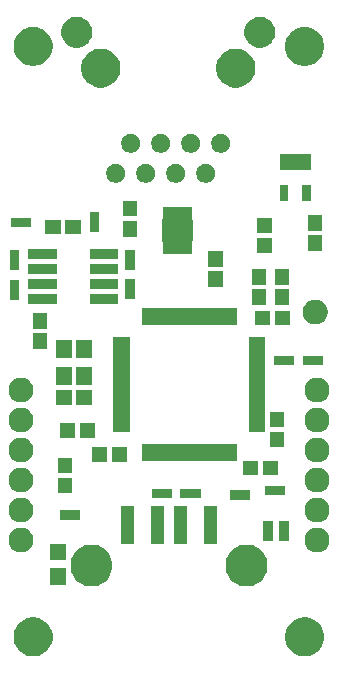
<source format=gbr>
G04 #@! TF.GenerationSoftware,KiCad,Pcbnew,5.0.2+dfsg1-1*
G04 #@! TF.CreationDate,2020-08-15T21:59:55-04:00*
G04 #@! TF.ProjectId,interceptor,696e7465-7263-4657-9074-6f722e6b6963,rev?*
G04 #@! TF.SameCoordinates,Original*
G04 #@! TF.FileFunction,Soldermask,Top*
G04 #@! TF.FilePolarity,Negative*
%FSLAX46Y46*%
G04 Gerber Fmt 4.6, Leading zero omitted, Abs format (unit mm)*
G04 Created by KiCad (PCBNEW 5.0.2+dfsg1-1) date Sat 15 Aug 2020 09:59:55 PM EDT*
%MOMM*%
%LPD*%
G01*
G04 APERTURE LIST*
%ADD10C,0.100000*%
G04 APERTURE END LIST*
D10*
G36*
X156175256Y-125291298D02*
X156281579Y-125312447D01*
X156582042Y-125436903D01*
X156848852Y-125615180D01*
X156852454Y-125617587D01*
X157082413Y-125847546D01*
X157263098Y-126117960D01*
X157387553Y-126418422D01*
X157451000Y-126737389D01*
X157451000Y-127062611D01*
X157387553Y-127381578D01*
X157263098Y-127682040D01*
X157082413Y-127952454D01*
X156852454Y-128182413D01*
X156852451Y-128182415D01*
X156582042Y-128363097D01*
X156281579Y-128487553D01*
X156175256Y-128508702D01*
X155962611Y-128551000D01*
X155637389Y-128551000D01*
X155424744Y-128508702D01*
X155318421Y-128487553D01*
X155017958Y-128363097D01*
X154747549Y-128182415D01*
X154747546Y-128182413D01*
X154517587Y-127952454D01*
X154336902Y-127682040D01*
X154212447Y-127381578D01*
X154149000Y-127062611D01*
X154149000Y-126737389D01*
X154212447Y-126418422D01*
X154336902Y-126117960D01*
X154517587Y-125847546D01*
X154747546Y-125617587D01*
X154751148Y-125615180D01*
X155017958Y-125436903D01*
X155318421Y-125312447D01*
X155424744Y-125291298D01*
X155637389Y-125249000D01*
X155962611Y-125249000D01*
X156175256Y-125291298D01*
X156175256Y-125291298D01*
G37*
G36*
X133175256Y-125291298D02*
X133281579Y-125312447D01*
X133582042Y-125436903D01*
X133848852Y-125615180D01*
X133852454Y-125617587D01*
X134082413Y-125847546D01*
X134263098Y-126117960D01*
X134387553Y-126418422D01*
X134451000Y-126737389D01*
X134451000Y-127062611D01*
X134387553Y-127381578D01*
X134263098Y-127682040D01*
X134082413Y-127952454D01*
X133852454Y-128182413D01*
X133852451Y-128182415D01*
X133582042Y-128363097D01*
X133281579Y-128487553D01*
X133175256Y-128508702D01*
X132962611Y-128551000D01*
X132637389Y-128551000D01*
X132424744Y-128508702D01*
X132318421Y-128487553D01*
X132017958Y-128363097D01*
X131747549Y-128182415D01*
X131747546Y-128182413D01*
X131517587Y-127952454D01*
X131336902Y-127682040D01*
X131212447Y-127381578D01*
X131149000Y-127062611D01*
X131149000Y-126737389D01*
X131212447Y-126418422D01*
X131336902Y-126117960D01*
X131517587Y-125847546D01*
X131747546Y-125617587D01*
X131751148Y-125615180D01*
X132017958Y-125436903D01*
X132318421Y-125312447D01*
X132424744Y-125291298D01*
X132637389Y-125249000D01*
X132962611Y-125249000D01*
X133175256Y-125291298D01*
X133175256Y-125291298D01*
G37*
G36*
X138260019Y-119162139D02*
X138581283Y-119295211D01*
X138870416Y-119488404D01*
X139116296Y-119734284D01*
X139116298Y-119734287D01*
X139309489Y-120023417D01*
X139442561Y-120344681D01*
X139510400Y-120685733D01*
X139510400Y-121033467D01*
X139442561Y-121374519D01*
X139309489Y-121695783D01*
X139116296Y-121984916D01*
X138870416Y-122230796D01*
X138870413Y-122230798D01*
X138581283Y-122423989D01*
X138260019Y-122557061D01*
X137918967Y-122624900D01*
X137571233Y-122624900D01*
X137230181Y-122557061D01*
X136908917Y-122423989D01*
X136619787Y-122230798D01*
X136619784Y-122230796D01*
X136373904Y-121984916D01*
X136180711Y-121695783D01*
X136047639Y-121374519D01*
X135979800Y-121033467D01*
X135979800Y-120685733D01*
X136047639Y-120344681D01*
X136180711Y-120023417D01*
X136373902Y-119734287D01*
X136373904Y-119734284D01*
X136619784Y-119488404D01*
X136908917Y-119295211D01*
X137230181Y-119162139D01*
X137571233Y-119094300D01*
X137918967Y-119094300D01*
X138260019Y-119162139D01*
X138260019Y-119162139D01*
G37*
G36*
X151391819Y-119162139D02*
X151713083Y-119295211D01*
X152002216Y-119488404D01*
X152248096Y-119734284D01*
X152248098Y-119734287D01*
X152441289Y-120023417D01*
X152574361Y-120344681D01*
X152642200Y-120685733D01*
X152642200Y-121033467D01*
X152574361Y-121374519D01*
X152441289Y-121695783D01*
X152248096Y-121984916D01*
X152002216Y-122230796D01*
X152002213Y-122230798D01*
X151713083Y-122423989D01*
X151391819Y-122557061D01*
X151050767Y-122624900D01*
X150703033Y-122624900D01*
X150361981Y-122557061D01*
X150040717Y-122423989D01*
X149751587Y-122230798D01*
X149751584Y-122230796D01*
X149505704Y-121984916D01*
X149312511Y-121695783D01*
X149179439Y-121374519D01*
X149111600Y-121033467D01*
X149111600Y-120685733D01*
X149179439Y-120344681D01*
X149312511Y-120023417D01*
X149505702Y-119734287D01*
X149505704Y-119734284D01*
X149751584Y-119488404D01*
X150040717Y-119295211D01*
X150361981Y-119162139D01*
X150703033Y-119094300D01*
X151050767Y-119094300D01*
X151391819Y-119162139D01*
X151391819Y-119162139D01*
G37*
G36*
X135601600Y-122501600D02*
X134198400Y-122501600D01*
X134198400Y-121098400D01*
X135601600Y-121098400D01*
X135601600Y-122501600D01*
X135601600Y-122501600D01*
G37*
G36*
X135601600Y-120401600D02*
X134198400Y-120401600D01*
X134198400Y-118998400D01*
X135601600Y-118998400D01*
X135601600Y-120401600D01*
X135601600Y-120401600D01*
G37*
G36*
X132079865Y-117699220D02*
X132269389Y-117777723D01*
X132439955Y-117891692D01*
X132585008Y-118036745D01*
X132698977Y-118207311D01*
X132777480Y-118396835D01*
X132817500Y-118598030D01*
X132817500Y-118803170D01*
X132777480Y-119004365D01*
X132698977Y-119193889D01*
X132585008Y-119364455D01*
X132439955Y-119509508D01*
X132269389Y-119623477D01*
X132079865Y-119701980D01*
X131878670Y-119742000D01*
X131673530Y-119742000D01*
X131472335Y-119701980D01*
X131282811Y-119623477D01*
X131112245Y-119509508D01*
X130967192Y-119364455D01*
X130853223Y-119193889D01*
X130774720Y-119004365D01*
X130734700Y-118803170D01*
X130734700Y-118598030D01*
X130774720Y-118396835D01*
X130853223Y-118207311D01*
X130967192Y-118036745D01*
X131112245Y-117891692D01*
X131282811Y-117777723D01*
X131472335Y-117699220D01*
X131673530Y-117659200D01*
X131878670Y-117659200D01*
X132079865Y-117699220D01*
X132079865Y-117699220D01*
G37*
G36*
X157149665Y-117699220D02*
X157339189Y-117777723D01*
X157509755Y-117891692D01*
X157654808Y-118036745D01*
X157768777Y-118207311D01*
X157847280Y-118396835D01*
X157887300Y-118598030D01*
X157887300Y-118803170D01*
X157847280Y-119004365D01*
X157768777Y-119193889D01*
X157654808Y-119364455D01*
X157509755Y-119509508D01*
X157339189Y-119623477D01*
X157149665Y-119701980D01*
X156948470Y-119742000D01*
X156743330Y-119742000D01*
X156542135Y-119701980D01*
X156352611Y-119623477D01*
X156182045Y-119509508D01*
X156036992Y-119364455D01*
X155923023Y-119193889D01*
X155844520Y-119004365D01*
X155804500Y-118803170D01*
X155804500Y-118598030D01*
X155844520Y-118396835D01*
X155923023Y-118207311D01*
X156036992Y-118036745D01*
X156182045Y-117891692D01*
X156352611Y-117777723D01*
X156542135Y-117699220D01*
X156743330Y-117659200D01*
X156948470Y-117659200D01*
X157149665Y-117699220D01*
X157149665Y-117699220D01*
G37*
G36*
X148362600Y-119011200D02*
X147259400Y-119011200D01*
X147259400Y-115808000D01*
X148362600Y-115808000D01*
X148362600Y-119011200D01*
X148362600Y-119011200D01*
G37*
G36*
X145862600Y-119011200D02*
X144759400Y-119011200D01*
X144759400Y-115808000D01*
X145862600Y-115808000D01*
X145862600Y-119011200D01*
X145862600Y-119011200D01*
G37*
G36*
X143862600Y-119011200D02*
X142759400Y-119011200D01*
X142759400Y-115808000D01*
X143862600Y-115808000D01*
X143862600Y-119011200D01*
X143862600Y-119011200D01*
G37*
G36*
X141362600Y-119011200D02*
X140259400Y-119011200D01*
X140259400Y-115808000D01*
X141362600Y-115808000D01*
X141362600Y-119011200D01*
X141362600Y-119011200D01*
G37*
G36*
X153107300Y-118790200D02*
X152304100Y-118790200D01*
X152304100Y-117087000D01*
X153107300Y-117087000D01*
X153107300Y-118790200D01*
X153107300Y-118790200D01*
G37*
G36*
X154453500Y-118790200D02*
X153650300Y-118790200D01*
X153650300Y-117087000D01*
X154453500Y-117087000D01*
X154453500Y-118790200D01*
X154453500Y-118790200D01*
G37*
G36*
X157149665Y-115159220D02*
X157339189Y-115237723D01*
X157509755Y-115351692D01*
X157654808Y-115496745D01*
X157768777Y-115667311D01*
X157847280Y-115856835D01*
X157887300Y-116058030D01*
X157887300Y-116263170D01*
X157847280Y-116464365D01*
X157768777Y-116653889D01*
X157654808Y-116824455D01*
X157509755Y-116969508D01*
X157339189Y-117083477D01*
X157149665Y-117161980D01*
X156948470Y-117202000D01*
X156743330Y-117202000D01*
X156542135Y-117161980D01*
X156352611Y-117083477D01*
X156182045Y-116969508D01*
X156036992Y-116824455D01*
X155923023Y-116653889D01*
X155844520Y-116464365D01*
X155804500Y-116263170D01*
X155804500Y-116058030D01*
X155844520Y-115856835D01*
X155923023Y-115667311D01*
X156036992Y-115496745D01*
X156182045Y-115351692D01*
X156352611Y-115237723D01*
X156542135Y-115159220D01*
X156743330Y-115119200D01*
X156948470Y-115119200D01*
X157149665Y-115159220D01*
X157149665Y-115159220D01*
G37*
G36*
X132079865Y-115159220D02*
X132269389Y-115237723D01*
X132439955Y-115351692D01*
X132585008Y-115496745D01*
X132698977Y-115667311D01*
X132777480Y-115856835D01*
X132817500Y-116058030D01*
X132817500Y-116263170D01*
X132777480Y-116464365D01*
X132698977Y-116653889D01*
X132585008Y-116824455D01*
X132439955Y-116969508D01*
X132269389Y-117083477D01*
X132079865Y-117161980D01*
X131878670Y-117202000D01*
X131673530Y-117202000D01*
X131472335Y-117161980D01*
X131282811Y-117083477D01*
X131112245Y-116969508D01*
X130967192Y-116824455D01*
X130853223Y-116653889D01*
X130774720Y-116464365D01*
X130734700Y-116263170D01*
X130734700Y-116058030D01*
X130774720Y-115856835D01*
X130853223Y-115667311D01*
X130967192Y-115496745D01*
X131112245Y-115351692D01*
X131282811Y-115237723D01*
X131472335Y-115159220D01*
X131673530Y-115119200D01*
X131878670Y-115119200D01*
X132079865Y-115159220D01*
X132079865Y-115159220D01*
G37*
G36*
X136751600Y-117001600D02*
X135048400Y-117001600D01*
X135048400Y-116198400D01*
X136751600Y-116198400D01*
X136751600Y-117001600D01*
X136751600Y-117001600D01*
G37*
G36*
X151151600Y-115301600D02*
X149448400Y-115301600D01*
X149448400Y-114498400D01*
X151151600Y-114498400D01*
X151151600Y-115301600D01*
X151151600Y-115301600D01*
G37*
G36*
X144591100Y-115165200D02*
X142887900Y-115165200D01*
X142887900Y-114362000D01*
X144591100Y-114362000D01*
X144591100Y-115165200D01*
X144591100Y-115165200D01*
G37*
G36*
X146978700Y-115165200D02*
X145275500Y-115165200D01*
X145275500Y-114362000D01*
X146978700Y-114362000D01*
X146978700Y-115165200D01*
X146978700Y-115165200D01*
G37*
G36*
X154101600Y-114901600D02*
X152398400Y-114901600D01*
X152398400Y-114098400D01*
X154101600Y-114098400D01*
X154101600Y-114901600D01*
X154101600Y-114901600D01*
G37*
G36*
X136101600Y-114751600D02*
X134898400Y-114751600D01*
X134898400Y-113448400D01*
X136101600Y-113448400D01*
X136101600Y-114751600D01*
X136101600Y-114751600D01*
G37*
G36*
X157149665Y-112619220D02*
X157339189Y-112697723D01*
X157509755Y-112811692D01*
X157654808Y-112956745D01*
X157768777Y-113127311D01*
X157847280Y-113316835D01*
X157887300Y-113518030D01*
X157887300Y-113723170D01*
X157847280Y-113924365D01*
X157768777Y-114113889D01*
X157654808Y-114284455D01*
X157509755Y-114429508D01*
X157339189Y-114543477D01*
X157149665Y-114621980D01*
X156948470Y-114662000D01*
X156743330Y-114662000D01*
X156542135Y-114621980D01*
X156352611Y-114543477D01*
X156182045Y-114429508D01*
X156036992Y-114284455D01*
X155923023Y-114113889D01*
X155844520Y-113924365D01*
X155804500Y-113723170D01*
X155804500Y-113518030D01*
X155844520Y-113316835D01*
X155923023Y-113127311D01*
X156036992Y-112956745D01*
X156182045Y-112811692D01*
X156352611Y-112697723D01*
X156542135Y-112619220D01*
X156743330Y-112579200D01*
X156948470Y-112579200D01*
X157149665Y-112619220D01*
X157149665Y-112619220D01*
G37*
G36*
X132079865Y-112619220D02*
X132269389Y-112697723D01*
X132439955Y-112811692D01*
X132585008Y-112956745D01*
X132698977Y-113127311D01*
X132777480Y-113316835D01*
X132817500Y-113518030D01*
X132817500Y-113723170D01*
X132777480Y-113924365D01*
X132698977Y-114113889D01*
X132585008Y-114284455D01*
X132439955Y-114429508D01*
X132269389Y-114543477D01*
X132079865Y-114621980D01*
X131878670Y-114662000D01*
X131673530Y-114662000D01*
X131472335Y-114621980D01*
X131282811Y-114543477D01*
X131112245Y-114429508D01*
X130967192Y-114284455D01*
X130853223Y-114113889D01*
X130774720Y-113924365D01*
X130734700Y-113723170D01*
X130734700Y-113518030D01*
X130774720Y-113316835D01*
X130853223Y-113127311D01*
X130967192Y-112956745D01*
X131112245Y-112811692D01*
X131282811Y-112697723D01*
X131472335Y-112619220D01*
X131673530Y-112579200D01*
X131878670Y-112579200D01*
X132079865Y-112619220D01*
X132079865Y-112619220D01*
G37*
G36*
X151872300Y-113180800D02*
X150569100Y-113180800D01*
X150569100Y-111977600D01*
X151872300Y-111977600D01*
X151872300Y-113180800D01*
X151872300Y-113180800D01*
G37*
G36*
X153572300Y-113180800D02*
X152269100Y-113180800D01*
X152269100Y-111977600D01*
X153572300Y-111977600D01*
X153572300Y-113180800D01*
X153572300Y-113180800D01*
G37*
G36*
X136101600Y-113051600D02*
X134898400Y-113051600D01*
X134898400Y-111748400D01*
X136101600Y-111748400D01*
X136101600Y-113051600D01*
X136101600Y-113051600D01*
G37*
G36*
X132079865Y-110079220D02*
X132269389Y-110157723D01*
X132439955Y-110271692D01*
X132585008Y-110416745D01*
X132698977Y-110587311D01*
X132777480Y-110776835D01*
X132817500Y-110978030D01*
X132817500Y-111183170D01*
X132777480Y-111384365D01*
X132698977Y-111573889D01*
X132585008Y-111744455D01*
X132439955Y-111889508D01*
X132269389Y-112003477D01*
X132079865Y-112081980D01*
X131878670Y-112122000D01*
X131673530Y-112122000D01*
X131472335Y-112081980D01*
X131282811Y-112003477D01*
X131112245Y-111889508D01*
X130967192Y-111744455D01*
X130853223Y-111573889D01*
X130774720Y-111384365D01*
X130734700Y-111183170D01*
X130734700Y-110978030D01*
X130774720Y-110776835D01*
X130853223Y-110587311D01*
X130967192Y-110416745D01*
X131112245Y-110271692D01*
X131282811Y-110157723D01*
X131472335Y-110079220D01*
X131673530Y-110039200D01*
X131878670Y-110039200D01*
X132079865Y-110079220D01*
X132079865Y-110079220D01*
G37*
G36*
X157149665Y-110079220D02*
X157339189Y-110157723D01*
X157509755Y-110271692D01*
X157654808Y-110416745D01*
X157768777Y-110587311D01*
X157847280Y-110776835D01*
X157887300Y-110978030D01*
X157887300Y-111183170D01*
X157847280Y-111384365D01*
X157768777Y-111573889D01*
X157654808Y-111744455D01*
X157509755Y-111889508D01*
X157339189Y-112003477D01*
X157149665Y-112081980D01*
X156948470Y-112122000D01*
X156743330Y-112122000D01*
X156542135Y-112081980D01*
X156352611Y-112003477D01*
X156182045Y-111889508D01*
X156036992Y-111744455D01*
X155923023Y-111573889D01*
X155844520Y-111384365D01*
X155804500Y-111183170D01*
X155804500Y-110978030D01*
X155844520Y-110776835D01*
X155923023Y-110587311D01*
X156036992Y-110416745D01*
X156182045Y-110271692D01*
X156352611Y-110157723D01*
X156542135Y-110079220D01*
X156743330Y-110039200D01*
X156948470Y-110039200D01*
X157149665Y-110079220D01*
X157149665Y-110079220D01*
G37*
G36*
X140770700Y-112063200D02*
X139467500Y-112063200D01*
X139467500Y-110860000D01*
X140770700Y-110860000D01*
X140770700Y-112063200D01*
X140770700Y-112063200D01*
G37*
G36*
X139070700Y-112063200D02*
X137767500Y-112063200D01*
X137767500Y-110860000D01*
X139070700Y-110860000D01*
X139070700Y-112063200D01*
X139070700Y-112063200D01*
G37*
G36*
X150027100Y-111969600D02*
X142023900Y-111969600D01*
X142023900Y-110566400D01*
X150027100Y-110566400D01*
X150027100Y-111969600D01*
X150027100Y-111969600D01*
G37*
G36*
X154043900Y-110829600D02*
X152840700Y-110829600D01*
X152840700Y-109526400D01*
X154043900Y-109526400D01*
X154043900Y-110829600D01*
X154043900Y-110829600D01*
G37*
G36*
X136378300Y-110031200D02*
X135075100Y-110031200D01*
X135075100Y-108828000D01*
X136378300Y-108828000D01*
X136378300Y-110031200D01*
X136378300Y-110031200D01*
G37*
G36*
X138078300Y-110031200D02*
X136775100Y-110031200D01*
X136775100Y-108828000D01*
X138078300Y-108828000D01*
X138078300Y-110031200D01*
X138078300Y-110031200D01*
G37*
G36*
X157149665Y-107539220D02*
X157339189Y-107617723D01*
X157509755Y-107731692D01*
X157654808Y-107876745D01*
X157768777Y-108047311D01*
X157847280Y-108236835D01*
X157887300Y-108438030D01*
X157887300Y-108643170D01*
X157847280Y-108844365D01*
X157768777Y-109033889D01*
X157654808Y-109204455D01*
X157509755Y-109349508D01*
X157339189Y-109463477D01*
X157149665Y-109541980D01*
X156948470Y-109582000D01*
X156743330Y-109582000D01*
X156542135Y-109541980D01*
X156352611Y-109463477D01*
X156182045Y-109349508D01*
X156036992Y-109204455D01*
X155923023Y-109033889D01*
X155844520Y-108844365D01*
X155804500Y-108643170D01*
X155804500Y-108438030D01*
X155844520Y-108236835D01*
X155923023Y-108047311D01*
X156036992Y-107876745D01*
X156182045Y-107731692D01*
X156352611Y-107617723D01*
X156542135Y-107539220D01*
X156743330Y-107499200D01*
X156948470Y-107499200D01*
X157149665Y-107539220D01*
X157149665Y-107539220D01*
G37*
G36*
X132079865Y-107539220D02*
X132269389Y-107617723D01*
X132439955Y-107731692D01*
X132585008Y-107876745D01*
X132698977Y-108047311D01*
X132777480Y-108236835D01*
X132817500Y-108438030D01*
X132817500Y-108643170D01*
X132777480Y-108844365D01*
X132698977Y-109033889D01*
X132585008Y-109204455D01*
X132439955Y-109349508D01*
X132269389Y-109463477D01*
X132079865Y-109541980D01*
X131878670Y-109582000D01*
X131673530Y-109582000D01*
X131472335Y-109541980D01*
X131282811Y-109463477D01*
X131112245Y-109349508D01*
X130967192Y-109204455D01*
X130853223Y-109033889D01*
X130774720Y-108844365D01*
X130734700Y-108643170D01*
X130734700Y-108438030D01*
X130774720Y-108236835D01*
X130853223Y-108047311D01*
X130967192Y-107876745D01*
X131112245Y-107731692D01*
X131282811Y-107617723D01*
X131472335Y-107539220D01*
X131673530Y-107499200D01*
X131878670Y-107499200D01*
X132079865Y-107539220D01*
X132079865Y-107539220D01*
G37*
G36*
X152477100Y-109519600D02*
X151073900Y-109519600D01*
X151073900Y-101516400D01*
X152477100Y-101516400D01*
X152477100Y-109519600D01*
X152477100Y-109519600D01*
G37*
G36*
X140977100Y-109519600D02*
X139573900Y-109519600D01*
X139573900Y-101516400D01*
X140977100Y-101516400D01*
X140977100Y-109519600D01*
X140977100Y-109519600D01*
G37*
G36*
X154043900Y-109129600D02*
X152840700Y-109129600D01*
X152840700Y-107826400D01*
X154043900Y-107826400D01*
X154043900Y-109129600D01*
X154043900Y-109129600D01*
G37*
G36*
X137773500Y-107237200D02*
X136470300Y-107237200D01*
X136470300Y-106034000D01*
X137773500Y-106034000D01*
X137773500Y-107237200D01*
X137773500Y-107237200D01*
G37*
G36*
X136073500Y-107237200D02*
X134770300Y-107237200D01*
X134770300Y-106034000D01*
X136073500Y-106034000D01*
X136073500Y-107237200D01*
X136073500Y-107237200D01*
G37*
G36*
X132079865Y-104999220D02*
X132269389Y-105077723D01*
X132439955Y-105191692D01*
X132585008Y-105336745D01*
X132698977Y-105507311D01*
X132777480Y-105696835D01*
X132817500Y-105898030D01*
X132817500Y-106103170D01*
X132777480Y-106304365D01*
X132698977Y-106493889D01*
X132585008Y-106664455D01*
X132439955Y-106809508D01*
X132269389Y-106923477D01*
X132079865Y-107001980D01*
X131878670Y-107042000D01*
X131673530Y-107042000D01*
X131472335Y-107001980D01*
X131282811Y-106923477D01*
X131112245Y-106809508D01*
X130967192Y-106664455D01*
X130853223Y-106493889D01*
X130774720Y-106304365D01*
X130734700Y-106103170D01*
X130734700Y-105898030D01*
X130774720Y-105696835D01*
X130853223Y-105507311D01*
X130967192Y-105336745D01*
X131112245Y-105191692D01*
X131282811Y-105077723D01*
X131472335Y-104999220D01*
X131673530Y-104959200D01*
X131878670Y-104959200D01*
X132079865Y-104999220D01*
X132079865Y-104999220D01*
G37*
G36*
X157149665Y-104999220D02*
X157339189Y-105077723D01*
X157509755Y-105191692D01*
X157654808Y-105336745D01*
X157768777Y-105507311D01*
X157847280Y-105696835D01*
X157887300Y-105898030D01*
X157887300Y-106103170D01*
X157847280Y-106304365D01*
X157768777Y-106493889D01*
X157654808Y-106664455D01*
X157509755Y-106809508D01*
X157339189Y-106923477D01*
X157149665Y-107001980D01*
X156948470Y-107042000D01*
X156743330Y-107042000D01*
X156542135Y-107001980D01*
X156352611Y-106923477D01*
X156182045Y-106809508D01*
X156036992Y-106664455D01*
X155923023Y-106493889D01*
X155844520Y-106304365D01*
X155804500Y-106103170D01*
X155804500Y-105898030D01*
X155844520Y-105696835D01*
X155923023Y-105507311D01*
X156036992Y-105336745D01*
X156182045Y-105191692D01*
X156352611Y-105077723D01*
X156542135Y-104999220D01*
X156743330Y-104959200D01*
X156948470Y-104959200D01*
X157149665Y-104999220D01*
X157149665Y-104999220D01*
G37*
G36*
X137763300Y-105572400D02*
X136460100Y-105572400D01*
X136460100Y-104069200D01*
X137763300Y-104069200D01*
X137763300Y-105572400D01*
X137763300Y-105572400D01*
G37*
G36*
X136063300Y-105572400D02*
X134760100Y-105572400D01*
X134760100Y-104069200D01*
X136063300Y-104069200D01*
X136063300Y-105572400D01*
X136063300Y-105572400D01*
G37*
G36*
X157351600Y-103901600D02*
X155648400Y-103901600D01*
X155648400Y-103098400D01*
X157351600Y-103098400D01*
X157351600Y-103901600D01*
X157351600Y-103901600D01*
G37*
G36*
X154901600Y-103901600D02*
X153198400Y-103901600D01*
X153198400Y-103098400D01*
X154901600Y-103098400D01*
X154901600Y-103901600D01*
X154901600Y-103901600D01*
G37*
G36*
X137763300Y-103272400D02*
X136460100Y-103272400D01*
X136460100Y-101769200D01*
X137763300Y-101769200D01*
X137763300Y-103272400D01*
X137763300Y-103272400D01*
G37*
G36*
X136063300Y-103272400D02*
X134760100Y-103272400D01*
X134760100Y-101769200D01*
X136063300Y-101769200D01*
X136063300Y-103272400D01*
X136063300Y-103272400D01*
G37*
G36*
X134001600Y-102501600D02*
X132798400Y-102501600D01*
X132798400Y-101198400D01*
X134001600Y-101198400D01*
X134001600Y-102501600D01*
X134001600Y-102501600D01*
G37*
G36*
X134001600Y-100801600D02*
X132798400Y-100801600D01*
X132798400Y-99498400D01*
X134001600Y-99498400D01*
X134001600Y-100801600D01*
X134001600Y-100801600D01*
G37*
G36*
X152873500Y-100516800D02*
X151570300Y-100516800D01*
X151570300Y-99313600D01*
X152873500Y-99313600D01*
X152873500Y-100516800D01*
X152873500Y-100516800D01*
G37*
G36*
X154573500Y-100516800D02*
X153270300Y-100516800D01*
X153270300Y-99313600D01*
X154573500Y-99313600D01*
X154573500Y-100516800D01*
X154573500Y-100516800D01*
G37*
G36*
X150027100Y-100469600D02*
X142023900Y-100469600D01*
X142023900Y-99066400D01*
X150027100Y-99066400D01*
X150027100Y-100469600D01*
X150027100Y-100469600D01*
G37*
G36*
X157006565Y-98389389D02*
X157197834Y-98468615D01*
X157369976Y-98583637D01*
X157516363Y-98730024D01*
X157631385Y-98902166D01*
X157710611Y-99093435D01*
X157751000Y-99296484D01*
X157751000Y-99503516D01*
X157710611Y-99706565D01*
X157631385Y-99897834D01*
X157516363Y-100069976D01*
X157369976Y-100216363D01*
X157197834Y-100331385D01*
X157006565Y-100410611D01*
X156803516Y-100451000D01*
X156596484Y-100451000D01*
X156393435Y-100410611D01*
X156202166Y-100331385D01*
X156030024Y-100216363D01*
X155883637Y-100069976D01*
X155768615Y-99897834D01*
X155689389Y-99706565D01*
X155649000Y-99503516D01*
X155649000Y-99296484D01*
X155689389Y-99093435D01*
X155768615Y-98902166D01*
X155883637Y-98730024D01*
X156030024Y-98583637D01*
X156202166Y-98468615D01*
X156393435Y-98389389D01*
X156596484Y-98349000D01*
X156803516Y-98349000D01*
X157006565Y-98389389D01*
X157006565Y-98389389D01*
G37*
G36*
X152530500Y-98775200D02*
X151327300Y-98775200D01*
X151327300Y-97472000D01*
X152530500Y-97472000D01*
X152530500Y-98775200D01*
X152530500Y-98775200D01*
G37*
G36*
X154486300Y-98775200D02*
X153283100Y-98775200D01*
X153283100Y-97472000D01*
X154486300Y-97472000D01*
X154486300Y-98775200D01*
X154486300Y-98775200D01*
G37*
G36*
X140001600Y-98706600D02*
X137598400Y-98706600D01*
X137598400Y-97903400D01*
X140001600Y-97903400D01*
X140001600Y-98706600D01*
X140001600Y-98706600D01*
G37*
G36*
X134801600Y-98706600D02*
X132398400Y-98706600D01*
X132398400Y-97903400D01*
X134801600Y-97903400D01*
X134801600Y-98706600D01*
X134801600Y-98706600D01*
G37*
G36*
X131651600Y-98351600D02*
X130848400Y-98351600D01*
X130848400Y-96648400D01*
X131651600Y-96648400D01*
X131651600Y-98351600D01*
X131651600Y-98351600D01*
G37*
G36*
X141401600Y-98301600D02*
X140598400Y-98301600D01*
X140598400Y-96598400D01*
X141401600Y-96598400D01*
X141401600Y-98301600D01*
X141401600Y-98301600D01*
G37*
G36*
X140001600Y-97436600D02*
X137598400Y-97436600D01*
X137598400Y-96633400D01*
X140001600Y-96633400D01*
X140001600Y-97436600D01*
X140001600Y-97436600D01*
G37*
G36*
X134801600Y-97436600D02*
X132398400Y-97436600D01*
X132398400Y-96633400D01*
X134801600Y-96633400D01*
X134801600Y-97436600D01*
X134801600Y-97436600D01*
G37*
G36*
X148851600Y-97251600D02*
X147648400Y-97251600D01*
X147648400Y-95948400D01*
X148851600Y-95948400D01*
X148851600Y-97251600D01*
X148851600Y-97251600D01*
G37*
G36*
X152530500Y-97075200D02*
X151327300Y-97075200D01*
X151327300Y-95772000D01*
X152530500Y-95772000D01*
X152530500Y-97075200D01*
X152530500Y-97075200D01*
G37*
G36*
X154486300Y-97075200D02*
X153283100Y-97075200D01*
X153283100Y-95772000D01*
X154486300Y-95772000D01*
X154486300Y-97075200D01*
X154486300Y-97075200D01*
G37*
G36*
X140001600Y-96166600D02*
X137598400Y-96166600D01*
X137598400Y-95363400D01*
X140001600Y-95363400D01*
X140001600Y-96166600D01*
X140001600Y-96166600D01*
G37*
G36*
X134801600Y-96166600D02*
X132398400Y-96166600D01*
X132398400Y-95363400D01*
X134801600Y-95363400D01*
X134801600Y-96166600D01*
X134801600Y-96166600D01*
G37*
G36*
X141401600Y-95851600D02*
X140598400Y-95851600D01*
X140598400Y-94148400D01*
X141401600Y-94148400D01*
X141401600Y-95851600D01*
X141401600Y-95851600D01*
G37*
G36*
X131651600Y-95851600D02*
X130848400Y-95851600D01*
X130848400Y-94148400D01*
X131651600Y-94148400D01*
X131651600Y-95851600D01*
X131651600Y-95851600D01*
G37*
G36*
X148851600Y-95551600D02*
X147648400Y-95551600D01*
X147648400Y-94248400D01*
X148851600Y-94248400D01*
X148851600Y-95551600D01*
X148851600Y-95551600D01*
G37*
G36*
X140001600Y-94896600D02*
X137598400Y-94896600D01*
X137598400Y-94093400D01*
X140001600Y-94093400D01*
X140001600Y-94896600D01*
X140001600Y-94896600D01*
G37*
G36*
X134801600Y-94896600D02*
X132398400Y-94896600D01*
X132398400Y-94093400D01*
X134801600Y-94093400D01*
X134801600Y-94896600D01*
X134801600Y-94896600D01*
G37*
G36*
X146226600Y-91473400D02*
X146229002Y-91497786D01*
X146236115Y-91521235D01*
X146247666Y-91542846D01*
X146263212Y-91561788D01*
X146282154Y-91577334D01*
X146301600Y-91587728D01*
X146301600Y-93412272D01*
X146282154Y-93422666D01*
X146263212Y-93438212D01*
X146247666Y-93457154D01*
X146236115Y-93478765D01*
X146229002Y-93502214D01*
X146226600Y-93526600D01*
X146226600Y-94476600D01*
X143773400Y-94476600D01*
X143773400Y-93526600D01*
X143770998Y-93502214D01*
X143763885Y-93478765D01*
X143752334Y-93457154D01*
X143736788Y-93438212D01*
X143717846Y-93422666D01*
X143698400Y-93412272D01*
X143698400Y-91587728D01*
X143717846Y-91577334D01*
X143736788Y-91561788D01*
X143752334Y-91542846D01*
X143763885Y-91521235D01*
X143770998Y-91497786D01*
X143773400Y-91473400D01*
X143773400Y-90523400D01*
X146226600Y-90523400D01*
X146226600Y-91473400D01*
X146226600Y-91473400D01*
G37*
G36*
X153001600Y-94401600D02*
X151798400Y-94401600D01*
X151798400Y-93098400D01*
X153001600Y-93098400D01*
X153001600Y-94401600D01*
X153001600Y-94401600D01*
G37*
G36*
X157301600Y-94201600D02*
X156098400Y-94201600D01*
X156098400Y-92898400D01*
X157301600Y-92898400D01*
X157301600Y-94201600D01*
X157301600Y-94201600D01*
G37*
G36*
X141601600Y-93001600D02*
X140398400Y-93001600D01*
X140398400Y-91698400D01*
X141601600Y-91698400D01*
X141601600Y-93001600D01*
X141601600Y-93001600D01*
G37*
G36*
X135151600Y-92801600D02*
X133848400Y-92801600D01*
X133848400Y-91598400D01*
X135151600Y-91598400D01*
X135151600Y-92801600D01*
X135151600Y-92801600D01*
G37*
G36*
X136851600Y-92801600D02*
X135548400Y-92801600D01*
X135548400Y-91598400D01*
X136851600Y-91598400D01*
X136851600Y-92801600D01*
X136851600Y-92801600D01*
G37*
G36*
X153001600Y-92701600D02*
X151798400Y-92701600D01*
X151798400Y-91398400D01*
X153001600Y-91398400D01*
X153001600Y-92701600D01*
X153001600Y-92701600D01*
G37*
G36*
X138401600Y-92601600D02*
X137598400Y-92601600D01*
X137598400Y-90898400D01*
X138401600Y-90898400D01*
X138401600Y-92601600D01*
X138401600Y-92601600D01*
G37*
G36*
X157301600Y-92501600D02*
X156098400Y-92501600D01*
X156098400Y-91198400D01*
X157301600Y-91198400D01*
X157301600Y-92501600D01*
X157301600Y-92501600D01*
G37*
G36*
X132601600Y-92201600D02*
X130898400Y-92201600D01*
X130898400Y-91398400D01*
X132601600Y-91398400D01*
X132601600Y-92201600D01*
X132601600Y-92201600D01*
G37*
G36*
X141601600Y-91301600D02*
X140398400Y-91301600D01*
X140398400Y-89998400D01*
X141601600Y-89998400D01*
X141601600Y-91301600D01*
X141601600Y-91301600D01*
G37*
G36*
X156326600Y-90001700D02*
X155573400Y-90001700D01*
X155573400Y-88598500D01*
X156326600Y-88598500D01*
X156326600Y-90001700D01*
X156326600Y-90001700D01*
G37*
G36*
X154426600Y-90001700D02*
X153673400Y-90001700D01*
X153673400Y-88598500D01*
X154426600Y-88598500D01*
X154426600Y-90001700D01*
X154426600Y-90001700D01*
G37*
G36*
X140039983Y-86865358D02*
X140039986Y-86865359D01*
X140039985Y-86865359D01*
X140186595Y-86926087D01*
X140318540Y-87014250D01*
X140318544Y-87014253D01*
X140430747Y-87126456D01*
X140518914Y-87258407D01*
X140579642Y-87405017D01*
X140610600Y-87560654D01*
X140610600Y-87719346D01*
X140579642Y-87874983D01*
X140518914Y-88021593D01*
X140430747Y-88153544D01*
X140318544Y-88265747D01*
X140318541Y-88265749D01*
X140318540Y-88265750D01*
X140186595Y-88353913D01*
X140186594Y-88353914D01*
X140186593Y-88353914D01*
X140039983Y-88414642D01*
X139884346Y-88445600D01*
X139725654Y-88445600D01*
X139570017Y-88414642D01*
X139423407Y-88353914D01*
X139423406Y-88353914D01*
X139423405Y-88353913D01*
X139291460Y-88265750D01*
X139291459Y-88265749D01*
X139291456Y-88265747D01*
X139179253Y-88153544D01*
X139091086Y-88021593D01*
X139030358Y-87874983D01*
X138999400Y-87719346D01*
X138999400Y-87560654D01*
X139030358Y-87405017D01*
X139091086Y-87258407D01*
X139179253Y-87126456D01*
X139291456Y-87014253D01*
X139291460Y-87014250D01*
X139423405Y-86926087D01*
X139570015Y-86865359D01*
X139570014Y-86865359D01*
X139570017Y-86865358D01*
X139725654Y-86834400D01*
X139884346Y-86834400D01*
X140039983Y-86865358D01*
X140039983Y-86865358D01*
G37*
G36*
X142579983Y-86865358D02*
X142579986Y-86865359D01*
X142579985Y-86865359D01*
X142726595Y-86926087D01*
X142858540Y-87014250D01*
X142858544Y-87014253D01*
X142970747Y-87126456D01*
X143058914Y-87258407D01*
X143119642Y-87405017D01*
X143150600Y-87560654D01*
X143150600Y-87719346D01*
X143119642Y-87874983D01*
X143058914Y-88021593D01*
X142970747Y-88153544D01*
X142858544Y-88265747D01*
X142858541Y-88265749D01*
X142858540Y-88265750D01*
X142726595Y-88353913D01*
X142726594Y-88353914D01*
X142726593Y-88353914D01*
X142579983Y-88414642D01*
X142424346Y-88445600D01*
X142265654Y-88445600D01*
X142110017Y-88414642D01*
X141963407Y-88353914D01*
X141963406Y-88353914D01*
X141963405Y-88353913D01*
X141831460Y-88265750D01*
X141831459Y-88265749D01*
X141831456Y-88265747D01*
X141719253Y-88153544D01*
X141631086Y-88021593D01*
X141570358Y-87874983D01*
X141539400Y-87719346D01*
X141539400Y-87560654D01*
X141570358Y-87405017D01*
X141631086Y-87258407D01*
X141719253Y-87126456D01*
X141831456Y-87014253D01*
X141831460Y-87014250D01*
X141963405Y-86926087D01*
X142110015Y-86865359D01*
X142110014Y-86865359D01*
X142110017Y-86865358D01*
X142265654Y-86834400D01*
X142424346Y-86834400D01*
X142579983Y-86865358D01*
X142579983Y-86865358D01*
G37*
G36*
X147659983Y-86865358D02*
X147659986Y-86865359D01*
X147659985Y-86865359D01*
X147806595Y-86926087D01*
X147938540Y-87014250D01*
X147938544Y-87014253D01*
X148050747Y-87126456D01*
X148138914Y-87258407D01*
X148199642Y-87405017D01*
X148230600Y-87560654D01*
X148230600Y-87719346D01*
X148199642Y-87874983D01*
X148138914Y-88021593D01*
X148050747Y-88153544D01*
X147938544Y-88265747D01*
X147938541Y-88265749D01*
X147938540Y-88265750D01*
X147806595Y-88353913D01*
X147806594Y-88353914D01*
X147806593Y-88353914D01*
X147659983Y-88414642D01*
X147504346Y-88445600D01*
X147345654Y-88445600D01*
X147190017Y-88414642D01*
X147043407Y-88353914D01*
X147043406Y-88353914D01*
X147043405Y-88353913D01*
X146911460Y-88265750D01*
X146911459Y-88265749D01*
X146911456Y-88265747D01*
X146799253Y-88153544D01*
X146711086Y-88021593D01*
X146650358Y-87874983D01*
X146619400Y-87719346D01*
X146619400Y-87560654D01*
X146650358Y-87405017D01*
X146711086Y-87258407D01*
X146799253Y-87126456D01*
X146911456Y-87014253D01*
X146911460Y-87014250D01*
X147043405Y-86926087D01*
X147190015Y-86865359D01*
X147190014Y-86865359D01*
X147190017Y-86865358D01*
X147345654Y-86834400D01*
X147504346Y-86834400D01*
X147659983Y-86865358D01*
X147659983Y-86865358D01*
G37*
G36*
X145119983Y-86865358D02*
X145119986Y-86865359D01*
X145119985Y-86865359D01*
X145266595Y-86926087D01*
X145398540Y-87014250D01*
X145398544Y-87014253D01*
X145510747Y-87126456D01*
X145598914Y-87258407D01*
X145659642Y-87405017D01*
X145690600Y-87560654D01*
X145690600Y-87719346D01*
X145659642Y-87874983D01*
X145598914Y-88021593D01*
X145510747Y-88153544D01*
X145398544Y-88265747D01*
X145398541Y-88265749D01*
X145398540Y-88265750D01*
X145266595Y-88353913D01*
X145266594Y-88353914D01*
X145266593Y-88353914D01*
X145119983Y-88414642D01*
X144964346Y-88445600D01*
X144805654Y-88445600D01*
X144650017Y-88414642D01*
X144503407Y-88353914D01*
X144503406Y-88353914D01*
X144503405Y-88353913D01*
X144371460Y-88265750D01*
X144371459Y-88265749D01*
X144371456Y-88265747D01*
X144259253Y-88153544D01*
X144171086Y-88021593D01*
X144110358Y-87874983D01*
X144079400Y-87719346D01*
X144079400Y-87560654D01*
X144110358Y-87405017D01*
X144171086Y-87258407D01*
X144259253Y-87126456D01*
X144371456Y-87014253D01*
X144371460Y-87014250D01*
X144503405Y-86926087D01*
X144650015Y-86865359D01*
X144650014Y-86865359D01*
X144650017Y-86865358D01*
X144805654Y-86834400D01*
X144964346Y-86834400D01*
X145119983Y-86865358D01*
X145119983Y-86865358D01*
G37*
G36*
X156326600Y-87401500D02*
X153673400Y-87401500D01*
X153673400Y-85998300D01*
X156326600Y-85998300D01*
X156326600Y-87401500D01*
X156326600Y-87401500D01*
G37*
G36*
X146389983Y-84325358D02*
X146389986Y-84325359D01*
X146389985Y-84325359D01*
X146536595Y-84386087D01*
X146668540Y-84474250D01*
X146668544Y-84474253D01*
X146780747Y-84586456D01*
X146868914Y-84718407D01*
X146929642Y-84865017D01*
X146960600Y-85020654D01*
X146960600Y-85179346D01*
X146929642Y-85334983D01*
X146868914Y-85481593D01*
X146780747Y-85613544D01*
X146668544Y-85725747D01*
X146668541Y-85725749D01*
X146668540Y-85725750D01*
X146536595Y-85813913D01*
X146536594Y-85813914D01*
X146536593Y-85813914D01*
X146389983Y-85874642D01*
X146234346Y-85905600D01*
X146075654Y-85905600D01*
X145920017Y-85874642D01*
X145773407Y-85813914D01*
X145773406Y-85813914D01*
X145773405Y-85813913D01*
X145641460Y-85725750D01*
X145641459Y-85725749D01*
X145641456Y-85725747D01*
X145529253Y-85613544D01*
X145441086Y-85481593D01*
X145380358Y-85334983D01*
X145349400Y-85179346D01*
X145349400Y-85020654D01*
X145380358Y-84865017D01*
X145441086Y-84718407D01*
X145529253Y-84586456D01*
X145641456Y-84474253D01*
X145641460Y-84474250D01*
X145773405Y-84386087D01*
X145920015Y-84325359D01*
X145920014Y-84325359D01*
X145920017Y-84325358D01*
X146075654Y-84294400D01*
X146234346Y-84294400D01*
X146389983Y-84325358D01*
X146389983Y-84325358D01*
G37*
G36*
X143849983Y-84325358D02*
X143849986Y-84325359D01*
X143849985Y-84325359D01*
X143996595Y-84386087D01*
X144128540Y-84474250D01*
X144128544Y-84474253D01*
X144240747Y-84586456D01*
X144328914Y-84718407D01*
X144389642Y-84865017D01*
X144420600Y-85020654D01*
X144420600Y-85179346D01*
X144389642Y-85334983D01*
X144328914Y-85481593D01*
X144240747Y-85613544D01*
X144128544Y-85725747D01*
X144128541Y-85725749D01*
X144128540Y-85725750D01*
X143996595Y-85813913D01*
X143996594Y-85813914D01*
X143996593Y-85813914D01*
X143849983Y-85874642D01*
X143694346Y-85905600D01*
X143535654Y-85905600D01*
X143380017Y-85874642D01*
X143233407Y-85813914D01*
X143233406Y-85813914D01*
X143233405Y-85813913D01*
X143101460Y-85725750D01*
X143101459Y-85725749D01*
X143101456Y-85725747D01*
X142989253Y-85613544D01*
X142901086Y-85481593D01*
X142840358Y-85334983D01*
X142809400Y-85179346D01*
X142809400Y-85020654D01*
X142840358Y-84865017D01*
X142901086Y-84718407D01*
X142989253Y-84586456D01*
X143101456Y-84474253D01*
X143101460Y-84474250D01*
X143233405Y-84386087D01*
X143380015Y-84325359D01*
X143380014Y-84325359D01*
X143380017Y-84325358D01*
X143535654Y-84294400D01*
X143694346Y-84294400D01*
X143849983Y-84325358D01*
X143849983Y-84325358D01*
G37*
G36*
X141309983Y-84325358D02*
X141309986Y-84325359D01*
X141309985Y-84325359D01*
X141456595Y-84386087D01*
X141588540Y-84474250D01*
X141588544Y-84474253D01*
X141700747Y-84586456D01*
X141788914Y-84718407D01*
X141849642Y-84865017D01*
X141880600Y-85020654D01*
X141880600Y-85179346D01*
X141849642Y-85334983D01*
X141788914Y-85481593D01*
X141700747Y-85613544D01*
X141588544Y-85725747D01*
X141588541Y-85725749D01*
X141588540Y-85725750D01*
X141456595Y-85813913D01*
X141456594Y-85813914D01*
X141456593Y-85813914D01*
X141309983Y-85874642D01*
X141154346Y-85905600D01*
X140995654Y-85905600D01*
X140840017Y-85874642D01*
X140693407Y-85813914D01*
X140693406Y-85813914D01*
X140693405Y-85813913D01*
X140561460Y-85725750D01*
X140561459Y-85725749D01*
X140561456Y-85725747D01*
X140449253Y-85613544D01*
X140361086Y-85481593D01*
X140300358Y-85334983D01*
X140269400Y-85179346D01*
X140269400Y-85020654D01*
X140300358Y-84865017D01*
X140361086Y-84718407D01*
X140449253Y-84586456D01*
X140561456Y-84474253D01*
X140561460Y-84474250D01*
X140693405Y-84386087D01*
X140840015Y-84325359D01*
X140840014Y-84325359D01*
X140840017Y-84325358D01*
X140995654Y-84294400D01*
X141154346Y-84294400D01*
X141309983Y-84325358D01*
X141309983Y-84325358D01*
G37*
G36*
X148929983Y-84325358D02*
X148929986Y-84325359D01*
X148929985Y-84325359D01*
X149076595Y-84386087D01*
X149208540Y-84474250D01*
X149208544Y-84474253D01*
X149320747Y-84586456D01*
X149408914Y-84718407D01*
X149469642Y-84865017D01*
X149500600Y-85020654D01*
X149500600Y-85179346D01*
X149469642Y-85334983D01*
X149408914Y-85481593D01*
X149320747Y-85613544D01*
X149208544Y-85725747D01*
X149208541Y-85725749D01*
X149208540Y-85725750D01*
X149076595Y-85813913D01*
X149076594Y-85813914D01*
X149076593Y-85813914D01*
X148929983Y-85874642D01*
X148774346Y-85905600D01*
X148615654Y-85905600D01*
X148460017Y-85874642D01*
X148313407Y-85813914D01*
X148313406Y-85813914D01*
X148313405Y-85813913D01*
X148181460Y-85725750D01*
X148181459Y-85725749D01*
X148181456Y-85725747D01*
X148069253Y-85613544D01*
X147981086Y-85481593D01*
X147920358Y-85334983D01*
X147889400Y-85179346D01*
X147889400Y-85020654D01*
X147920358Y-84865017D01*
X147981086Y-84718407D01*
X148069253Y-84586456D01*
X148181456Y-84474253D01*
X148181460Y-84474250D01*
X148313405Y-84386087D01*
X148460015Y-84325359D01*
X148460014Y-84325359D01*
X148460017Y-84325358D01*
X148615654Y-84294400D01*
X148774346Y-84294400D01*
X148929983Y-84325358D01*
X148929983Y-84325358D01*
G37*
G36*
X138910256Y-77141298D02*
X139016579Y-77162447D01*
X139317042Y-77286903D01*
X139458733Y-77381578D01*
X139587454Y-77467587D01*
X139817413Y-77697546D01*
X139817415Y-77697549D01*
X139987738Y-77952454D01*
X139998098Y-77967960D01*
X140122553Y-78268422D01*
X140186000Y-78587389D01*
X140186000Y-78912611D01*
X140122553Y-79231578D01*
X139998098Y-79532040D01*
X139817413Y-79802454D01*
X139587454Y-80032413D01*
X139587451Y-80032415D01*
X139317042Y-80213097D01*
X139016579Y-80337553D01*
X138910256Y-80358702D01*
X138697611Y-80401000D01*
X138372389Y-80401000D01*
X138159744Y-80358702D01*
X138053421Y-80337553D01*
X137752958Y-80213097D01*
X137482549Y-80032415D01*
X137482546Y-80032413D01*
X137252587Y-79802454D01*
X137071902Y-79532040D01*
X136947447Y-79231578D01*
X136884000Y-78912611D01*
X136884000Y-78587389D01*
X136947447Y-78268422D01*
X137071902Y-77967960D01*
X137082263Y-77952454D01*
X137252585Y-77697549D01*
X137252587Y-77697546D01*
X137482546Y-77467587D01*
X137611267Y-77381578D01*
X137752958Y-77286903D01*
X138053421Y-77162447D01*
X138159744Y-77141298D01*
X138372389Y-77099000D01*
X138697611Y-77099000D01*
X138910256Y-77141298D01*
X138910256Y-77141298D01*
G37*
G36*
X150340256Y-77141298D02*
X150446579Y-77162447D01*
X150747042Y-77286903D01*
X150888733Y-77381578D01*
X151017454Y-77467587D01*
X151247413Y-77697546D01*
X151247415Y-77697549D01*
X151417738Y-77952454D01*
X151428098Y-77967960D01*
X151552553Y-78268422D01*
X151616000Y-78587389D01*
X151616000Y-78912611D01*
X151552553Y-79231578D01*
X151428098Y-79532040D01*
X151247413Y-79802454D01*
X151017454Y-80032413D01*
X151017451Y-80032415D01*
X150747042Y-80213097D01*
X150446579Y-80337553D01*
X150340256Y-80358702D01*
X150127611Y-80401000D01*
X149802389Y-80401000D01*
X149589744Y-80358702D01*
X149483421Y-80337553D01*
X149182958Y-80213097D01*
X148912549Y-80032415D01*
X148912546Y-80032413D01*
X148682587Y-79802454D01*
X148501902Y-79532040D01*
X148377447Y-79231578D01*
X148314000Y-78912611D01*
X148314000Y-78587389D01*
X148377447Y-78268422D01*
X148501902Y-77967960D01*
X148512263Y-77952454D01*
X148682585Y-77697549D01*
X148682587Y-77697546D01*
X148912546Y-77467587D01*
X149041267Y-77381578D01*
X149182958Y-77286903D01*
X149483421Y-77162447D01*
X149589744Y-77141298D01*
X149802389Y-77099000D01*
X150127611Y-77099000D01*
X150340256Y-77141298D01*
X150340256Y-77141298D01*
G37*
G36*
X133175256Y-75291298D02*
X133281579Y-75312447D01*
X133582042Y-75436903D01*
X133783932Y-75571802D01*
X133852454Y-75617587D01*
X134082413Y-75847546D01*
X134082415Y-75847549D01*
X134263097Y-76117958D01*
X134345352Y-76316538D01*
X134387553Y-76418422D01*
X134451000Y-76737389D01*
X134451000Y-77062611D01*
X134431141Y-77162447D01*
X134387553Y-77381579D01*
X134263097Y-77682042D01*
X134084820Y-77948852D01*
X134082413Y-77952454D01*
X133852454Y-78182413D01*
X133852451Y-78182415D01*
X133582042Y-78363097D01*
X133281579Y-78487553D01*
X133175256Y-78508702D01*
X132962611Y-78551000D01*
X132637389Y-78551000D01*
X132424744Y-78508702D01*
X132318421Y-78487553D01*
X132017958Y-78363097D01*
X131747549Y-78182415D01*
X131747546Y-78182413D01*
X131517587Y-77952454D01*
X131515180Y-77948852D01*
X131336903Y-77682042D01*
X131212447Y-77381579D01*
X131168859Y-77162447D01*
X131149000Y-77062611D01*
X131149000Y-76737389D01*
X131212447Y-76418422D01*
X131254649Y-76316538D01*
X131336903Y-76117958D01*
X131517585Y-75847549D01*
X131517587Y-75847546D01*
X131747546Y-75617587D01*
X131816068Y-75571802D01*
X132017958Y-75436903D01*
X132318421Y-75312447D01*
X132424744Y-75291298D01*
X132637389Y-75249000D01*
X132962611Y-75249000D01*
X133175256Y-75291298D01*
X133175256Y-75291298D01*
G37*
G36*
X156175256Y-75291298D02*
X156281579Y-75312447D01*
X156582042Y-75436903D01*
X156783932Y-75571802D01*
X156852454Y-75617587D01*
X157082413Y-75847546D01*
X157082415Y-75847549D01*
X157263097Y-76117958D01*
X157345352Y-76316538D01*
X157387553Y-76418422D01*
X157451000Y-76737389D01*
X157451000Y-77062611D01*
X157431141Y-77162447D01*
X157387553Y-77381579D01*
X157263097Y-77682042D01*
X157084820Y-77948852D01*
X157082413Y-77952454D01*
X156852454Y-78182413D01*
X156852451Y-78182415D01*
X156582042Y-78363097D01*
X156281579Y-78487553D01*
X156175256Y-78508702D01*
X155962611Y-78551000D01*
X155637389Y-78551000D01*
X155424744Y-78508702D01*
X155318421Y-78487553D01*
X155017958Y-78363097D01*
X154747549Y-78182415D01*
X154747546Y-78182413D01*
X154517587Y-77952454D01*
X154515180Y-77948852D01*
X154336903Y-77682042D01*
X154212447Y-77381579D01*
X154168859Y-77162447D01*
X154149000Y-77062611D01*
X154149000Y-76737389D01*
X154212447Y-76418422D01*
X154254649Y-76316538D01*
X154336903Y-76117958D01*
X154517585Y-75847549D01*
X154517587Y-75847546D01*
X154747546Y-75617587D01*
X154816068Y-75571802D01*
X155017958Y-75436903D01*
X155318421Y-75312447D01*
X155424744Y-75291298D01*
X155637389Y-75249000D01*
X155962611Y-75249000D01*
X156175256Y-75291298D01*
X156175256Y-75291298D01*
G37*
G36*
X152379663Y-74448419D02*
X152616538Y-74546536D01*
X152829725Y-74688983D01*
X153011017Y-74870275D01*
X153153464Y-75083462D01*
X153251581Y-75320337D01*
X153301600Y-75571802D01*
X153301600Y-75828198D01*
X153251581Y-76079663D01*
X153153464Y-76316538D01*
X153011017Y-76529725D01*
X152829725Y-76711017D01*
X152616538Y-76853464D01*
X152379663Y-76951581D01*
X152128198Y-77001600D01*
X151871802Y-77001600D01*
X151620337Y-76951581D01*
X151383462Y-76853464D01*
X151170275Y-76711017D01*
X150988983Y-76529725D01*
X150846536Y-76316538D01*
X150748419Y-76079663D01*
X150698400Y-75828198D01*
X150698400Y-75571802D01*
X150748419Y-75320337D01*
X150846536Y-75083462D01*
X150988983Y-74870275D01*
X151170275Y-74688983D01*
X151383462Y-74546536D01*
X151620337Y-74448419D01*
X151871802Y-74398400D01*
X152128198Y-74398400D01*
X152379663Y-74448419D01*
X152379663Y-74448419D01*
G37*
G36*
X136879663Y-74448419D02*
X137116538Y-74546536D01*
X137329725Y-74688983D01*
X137511017Y-74870275D01*
X137653464Y-75083462D01*
X137751581Y-75320337D01*
X137801600Y-75571802D01*
X137801600Y-75828198D01*
X137751581Y-76079663D01*
X137653464Y-76316538D01*
X137511017Y-76529725D01*
X137329725Y-76711017D01*
X137116538Y-76853464D01*
X136879663Y-76951581D01*
X136628198Y-77001600D01*
X136371802Y-77001600D01*
X136120337Y-76951581D01*
X135883462Y-76853464D01*
X135670275Y-76711017D01*
X135488983Y-76529725D01*
X135346536Y-76316538D01*
X135248419Y-76079663D01*
X135198400Y-75828198D01*
X135198400Y-75571802D01*
X135248419Y-75320337D01*
X135346536Y-75083462D01*
X135488983Y-74870275D01*
X135670275Y-74688983D01*
X135883462Y-74546536D01*
X136120337Y-74448419D01*
X136371802Y-74398400D01*
X136628198Y-74398400D01*
X136879663Y-74448419D01*
X136879663Y-74448419D01*
G37*
M02*

</source>
